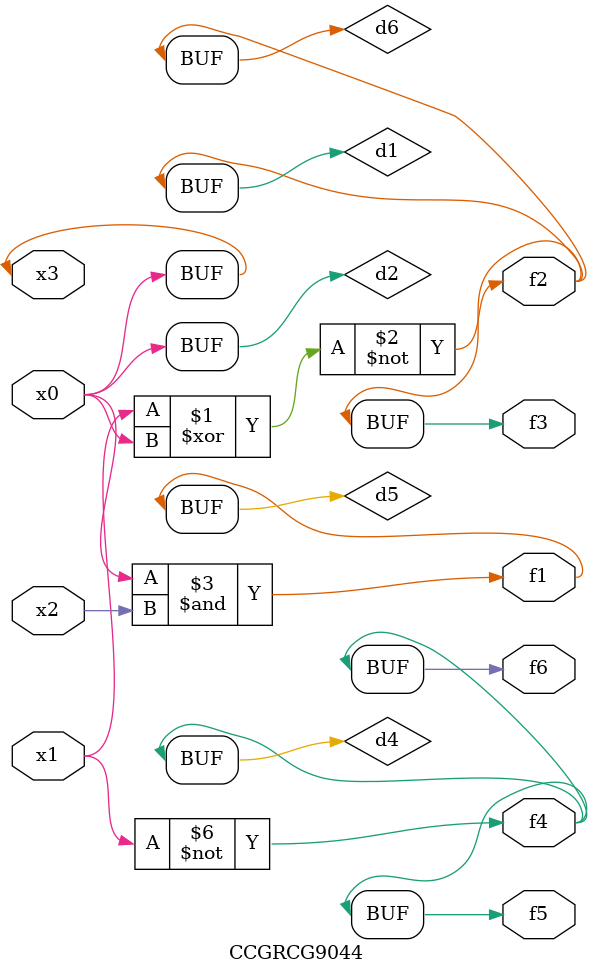
<source format=v>
module CCGRCG9044(
	input x0, x1, x2, x3,
	output f1, f2, f3, f4, f5, f6
);

	wire d1, d2, d3, d4, d5, d6;

	xnor (d1, x1, x3);
	buf (d2, x0, x3);
	nand (d3, x0, x2);
	not (d4, x1);
	nand (d5, d3);
	or (d6, d1);
	assign f1 = d5;
	assign f2 = d6;
	assign f3 = d6;
	assign f4 = d4;
	assign f5 = d4;
	assign f6 = d4;
endmodule

</source>
